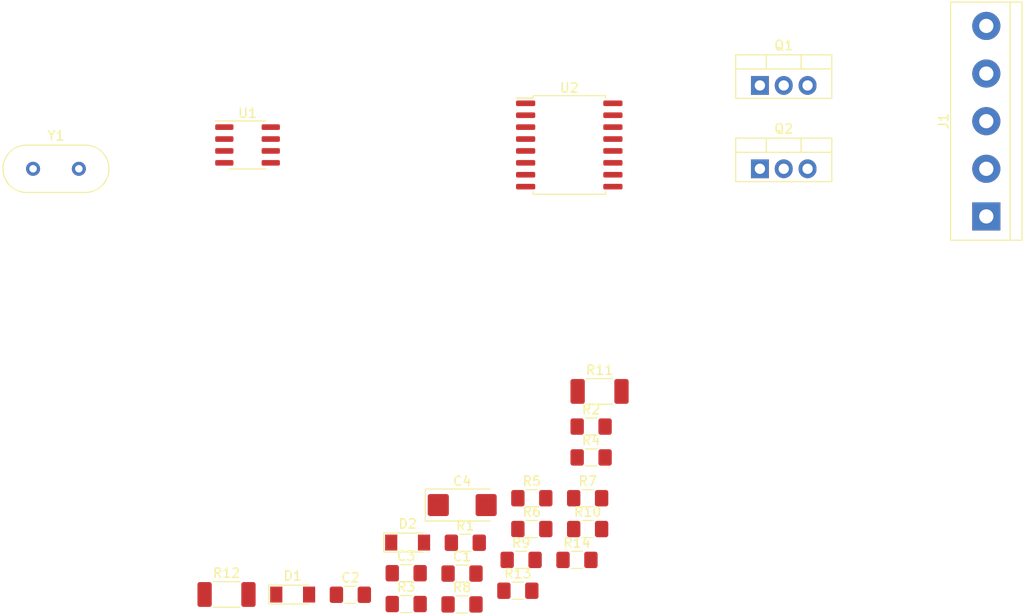
<source format=kicad_pcb>
(kicad_pcb (version 20171130) (host pcbnew 5.1.5-52549c5~84~ubuntu18.04.1)

  (general
    (thickness 1.6)
    (drawings 0)
    (tracks 0)
    (zones 0)
    (modules 26)
    (nets 22)
  )

  (page A4)
  (layers
    (0 F.Cu signal)
    (31 B.Cu signal)
    (32 B.Adhes user)
    (33 F.Adhes user)
    (34 B.Paste user)
    (35 F.Paste user)
    (36 B.SilkS user)
    (37 F.SilkS user)
    (38 B.Mask user)
    (39 F.Mask user)
    (40 Dwgs.User user)
    (41 Cmts.User user)
    (42 Eco1.User user)
    (43 Eco2.User user)
    (44 Edge.Cuts user)
    (45 Margin user)
    (46 B.CrtYd user)
    (47 F.CrtYd user)
    (48 B.Fab user hide)
    (49 F.Fab user hide)
  )

  (setup
    (last_trace_width 0.25)
    (trace_clearance 0.2)
    (zone_clearance 0.508)
    (zone_45_only no)
    (trace_min 0.2)
    (via_size 0.8)
    (via_drill 0.4)
    (via_min_size 0.4)
    (via_min_drill 0.3)
    (uvia_size 0.3)
    (uvia_drill 0.1)
    (uvias_allowed no)
    (uvia_min_size 0.2)
    (uvia_min_drill 0.1)
    (edge_width 0.05)
    (segment_width 0.2)
    (pcb_text_width 0.3)
    (pcb_text_size 1.5 1.5)
    (mod_edge_width 0.12)
    (mod_text_size 1 1)
    (mod_text_width 0.15)
    (pad_size 1.524 1.524)
    (pad_drill 0.762)
    (pad_to_mask_clearance 0.051)
    (solder_mask_min_width 0.25)
    (aux_axis_origin 0 0)
    (visible_elements FFFFFF7F)
    (pcbplotparams
      (layerselection 0x010fc_ffffffff)
      (usegerberextensions false)
      (usegerberattributes false)
      (usegerberadvancedattributes false)
      (creategerberjobfile false)
      (excludeedgelayer true)
      (linewidth 0.100000)
      (plotframeref false)
      (viasonmask false)
      (mode 1)
      (useauxorigin false)
      (hpglpennumber 1)
      (hpglpenspeed 20)
      (hpglpendiameter 15.000000)
      (psnegative false)
      (psa4output false)
      (plotreference true)
      (plotvalue true)
      (plotinvisibletext false)
      (padsonsilk false)
      (subtractmaskfromsilk false)
      (outputformat 1)
      (mirror false)
      (drillshape 1)
      (scaleselection 1)
      (outputdirectory ""))
  )

  (net 0 "")
  (net 1 "Net-(C1-Pad1)")
  (net 2 GND)
  (net 3 +5V)
  (net 4 "Net-(D1-Pad2)")
  (net 5 "Net-(D1-Pad1)")
  (net 6 "Net-(D2-Pad1)")
  (net 7 "Net-(D2-Pad2)")
  (net 8 +12V)
  (net 9 "Net-(J1-Pad3)")
  (net 10 "Net-(J1-Pad4)")
  (net 11 "Net-(R1-Pad1)")
  (net 12 "Net-(R3-Pad2)")
  (net 13 "Net-(R6-Pad1)")
  (net 14 "Net-(R7-Pad2)")
  (net 15 "Net-(R10-Pad2)")
  (net 16 "Net-(R8-Pad1)")
  (net 17 "Net-(U2-Pad4)")
  (net 18 "Net-(U2-Pad5)")
  (net 19 "Net-(U2-Pad9)")
  (net 20 "Net-(U2-Pad10)")
  (net 21 "Net-(U2-Pad16)")

  (net_class Default "This is the default net class."
    (clearance 0.2)
    (trace_width 0.25)
    (via_dia 0.8)
    (via_drill 0.4)
    (uvia_dia 0.3)
    (uvia_drill 0.1)
    (add_net +12V)
    (add_net +5V)
    (add_net GND)
    (add_net "Net-(C1-Pad1)")
    (add_net "Net-(D1-Pad1)")
    (add_net "Net-(D1-Pad2)")
    (add_net "Net-(D2-Pad1)")
    (add_net "Net-(D2-Pad2)")
    (add_net "Net-(J1-Pad3)")
    (add_net "Net-(J1-Pad4)")
    (add_net "Net-(R1-Pad1)")
    (add_net "Net-(R10-Pad2)")
    (add_net "Net-(R3-Pad2)")
    (add_net "Net-(R6-Pad1)")
    (add_net "Net-(R7-Pad2)")
    (add_net "Net-(R8-Pad1)")
    (add_net "Net-(U2-Pad10)")
    (add_net "Net-(U2-Pad16)")
    (add_net "Net-(U2-Pad4)")
    (add_net "Net-(U2-Pad5)")
    (add_net "Net-(U2-Pad9)")
  )

  (module Crystal:Crystal_HC49-U_Vertical (layer F.Cu) (tedit 5A1AD3B8) (tstamp 5E3B6C0E)
    (at 92.71 48.26)
    (descr "Crystal THT HC-49/U http://5hertz.com/pdfs/04404_D.pdf")
    (tags "THT crystalHC-49/U")
    (path /5E52C678)
    (fp_text reference Y1 (at 2.44 -3.525) (layer F.SilkS)
      (effects (font (size 1 1) (thickness 0.15)))
    )
    (fp_text value 85kHz (at 2.44 3.525) (layer F.Fab)
      (effects (font (size 1 1) (thickness 0.15)))
    )
    (fp_arc (start 5.565 0) (end 5.565 -2.525) (angle 180) (layer F.SilkS) (width 0.12))
    (fp_arc (start -0.685 0) (end -0.685 -2.525) (angle -180) (layer F.SilkS) (width 0.12))
    (fp_arc (start 5.44 0) (end 5.44 -2) (angle 180) (layer F.Fab) (width 0.1))
    (fp_arc (start -0.56 0) (end -0.56 -2) (angle -180) (layer F.Fab) (width 0.1))
    (fp_arc (start 5.565 0) (end 5.565 -2.325) (angle 180) (layer F.Fab) (width 0.1))
    (fp_arc (start -0.685 0) (end -0.685 -2.325) (angle -180) (layer F.Fab) (width 0.1))
    (fp_line (start 8.4 -2.8) (end -3.5 -2.8) (layer F.CrtYd) (width 0.05))
    (fp_line (start 8.4 2.8) (end 8.4 -2.8) (layer F.CrtYd) (width 0.05))
    (fp_line (start -3.5 2.8) (end 8.4 2.8) (layer F.CrtYd) (width 0.05))
    (fp_line (start -3.5 -2.8) (end -3.5 2.8) (layer F.CrtYd) (width 0.05))
    (fp_line (start -0.685 2.525) (end 5.565 2.525) (layer F.SilkS) (width 0.12))
    (fp_line (start -0.685 -2.525) (end 5.565 -2.525) (layer F.SilkS) (width 0.12))
    (fp_line (start -0.56 2) (end 5.44 2) (layer F.Fab) (width 0.1))
    (fp_line (start -0.56 -2) (end 5.44 -2) (layer F.Fab) (width 0.1))
    (fp_line (start -0.685 2.325) (end 5.565 2.325) (layer F.Fab) (width 0.1))
    (fp_line (start -0.685 -2.325) (end 5.565 -2.325) (layer F.Fab) (width 0.1))
    (fp_text user %R (at 2.44 0) (layer F.Fab)
      (effects (font (size 1 1) (thickness 0.15)))
    )
    (pad 2 thru_hole circle (at 4.88 0) (size 1.5 1.5) (drill 0.8) (layers *.Cu *.Mask)
      (net 2 GND))
    (pad 1 thru_hole circle (at 0 0) (size 1.5 1.5) (drill 0.8) (layers *.Cu *.Mask)
      (net 1 "Net-(C1-Pad1)"))
    (model ${KISYS3DMOD}/Crystal.3dshapes/Crystal_HC49-U_Vertical.wrl
      (at (xyz 0 0 0))
      (scale (xyz 1 1 1))
      (rotate (xyz 0 0 0))
    )
  )

  (module Package_SO:SOIC-16W_7.5x10.3mm_P1.27mm (layer F.Cu) (tedit 5D9F72B1) (tstamp 5E3B6BF7)
    (at 149.86 45.72)
    (descr "SOIC, 16 Pin (JEDEC MS-013AA, https://www.analog.com/media/en/package-pcb-resources/package/pkg_pdf/soic_wide-rw/rw_16.pdf), generated with kicad-footprint-generator ipc_gullwing_generator.py")
    (tags "SOIC SO")
    (path /5E3B2944)
    (attr smd)
    (fp_text reference U2 (at 0 -6.1) (layer F.SilkS)
      (effects (font (size 1 1) (thickness 0.15)))
    )
    (fp_text value IR2110S (at 0 6.1) (layer F.Fab)
      (effects (font (size 1 1) (thickness 0.15)))
    )
    (fp_text user %R (at 0 0) (layer F.Fab)
      (effects (font (size 1 1) (thickness 0.15)))
    )
    (fp_line (start 5.93 -5.4) (end -5.93 -5.4) (layer F.CrtYd) (width 0.05))
    (fp_line (start 5.93 5.4) (end 5.93 -5.4) (layer F.CrtYd) (width 0.05))
    (fp_line (start -5.93 5.4) (end 5.93 5.4) (layer F.CrtYd) (width 0.05))
    (fp_line (start -5.93 -5.4) (end -5.93 5.4) (layer F.CrtYd) (width 0.05))
    (fp_line (start -3.75 -4.15) (end -2.75 -5.15) (layer F.Fab) (width 0.1))
    (fp_line (start -3.75 5.15) (end -3.75 -4.15) (layer F.Fab) (width 0.1))
    (fp_line (start 3.75 5.15) (end -3.75 5.15) (layer F.Fab) (width 0.1))
    (fp_line (start 3.75 -5.15) (end 3.75 5.15) (layer F.Fab) (width 0.1))
    (fp_line (start -2.75 -5.15) (end 3.75 -5.15) (layer F.Fab) (width 0.1))
    (fp_line (start -3.86 -5.005) (end -5.675 -5.005) (layer F.SilkS) (width 0.12))
    (fp_line (start -3.86 -5.26) (end -3.86 -5.005) (layer F.SilkS) (width 0.12))
    (fp_line (start 0 -5.26) (end -3.86 -5.26) (layer F.SilkS) (width 0.12))
    (fp_line (start 3.86 -5.26) (end 3.86 -5.005) (layer F.SilkS) (width 0.12))
    (fp_line (start 0 -5.26) (end 3.86 -5.26) (layer F.SilkS) (width 0.12))
    (fp_line (start -3.86 5.26) (end -3.86 5.005) (layer F.SilkS) (width 0.12))
    (fp_line (start 0 5.26) (end -3.86 5.26) (layer F.SilkS) (width 0.12))
    (fp_line (start 3.86 5.26) (end 3.86 5.005) (layer F.SilkS) (width 0.12))
    (fp_line (start 0 5.26) (end 3.86 5.26) (layer F.SilkS) (width 0.12))
    (pad 16 smd roundrect (at 4.65 -4.445) (size 2.05 0.6) (layers F.Cu F.Paste F.Mask) (roundrect_rratio 0.25)
      (net 21 "Net-(U2-Pad16)"))
    (pad 15 smd roundrect (at 4.65 -3.175) (size 2.05 0.6) (layers F.Cu F.Paste F.Mask) (roundrect_rratio 0.25)
      (net 2 GND))
    (pad 14 smd roundrect (at 4.65 -1.905) (size 2.05 0.6) (layers F.Cu F.Paste F.Mask) (roundrect_rratio 0.25)
      (net 16 "Net-(R8-Pad1)"))
    (pad 13 smd roundrect (at 4.65 -0.635) (size 2.05 0.6) (layers F.Cu F.Paste F.Mask) (roundrect_rratio 0.25)
      (net 2 GND))
    (pad 12 smd roundrect (at 4.65 0.635) (size 2.05 0.6) (layers F.Cu F.Paste F.Mask) (roundrect_rratio 0.25)
      (net 11 "Net-(R1-Pad1)"))
    (pad 11 smd roundrect (at 4.65 1.905) (size 2.05 0.6) (layers F.Cu F.Paste F.Mask) (roundrect_rratio 0.25)
      (net 3 +5V))
    (pad 10 smd roundrect (at 4.65 3.175) (size 2.05 0.6) (layers F.Cu F.Paste F.Mask) (roundrect_rratio 0.25)
      (net 20 "Net-(U2-Pad10)"))
    (pad 9 smd roundrect (at 4.65 4.445) (size 2.05 0.6) (layers F.Cu F.Paste F.Mask) (roundrect_rratio 0.25)
      (net 19 "Net-(U2-Pad9)"))
    (pad 8 smd roundrect (at -4.65 4.445) (size 2.05 0.6) (layers F.Cu F.Paste F.Mask) (roundrect_rratio 0.25)
      (net 5 "Net-(D1-Pad1)"))
    (pad 7 smd roundrect (at -4.65 3.175) (size 2.05 0.6) (layers F.Cu F.Paste F.Mask) (roundrect_rratio 0.25)
      (net 8 +12V))
    (pad 6 smd roundrect (at -4.65 1.905) (size 2.05 0.6) (layers F.Cu F.Paste F.Mask) (roundrect_rratio 0.25)
      (net 2 GND))
    (pad 5 smd roundrect (at -4.65 0.635) (size 2.05 0.6) (layers F.Cu F.Paste F.Mask) (roundrect_rratio 0.25)
      (net 18 "Net-(U2-Pad5)"))
    (pad 4 smd roundrect (at -4.65 -0.635) (size 2.05 0.6) (layers F.Cu F.Paste F.Mask) (roundrect_rratio 0.25)
      (net 17 "Net-(U2-Pad4)"))
    (pad 3 smd roundrect (at -4.65 -1.905) (size 2.05 0.6) (layers F.Cu F.Paste F.Mask) (roundrect_rratio 0.25)
      (net 8 +12V))
    (pad 2 smd roundrect (at -4.65 -3.175) (size 2.05 0.6) (layers F.Cu F.Paste F.Mask) (roundrect_rratio 0.25)
      (net 2 GND))
    (pad 1 smd roundrect (at -4.65 -4.445) (size 2.05 0.6) (layers F.Cu F.Paste F.Mask) (roundrect_rratio 0.25)
      (net 6 "Net-(D2-Pad1)"))
    (model ${KISYS3DMOD}/Package_SO.3dshapes/SOIC-16W_7.5x10.3mm_P1.27mm.wrl
      (at (xyz 0 0 0))
      (scale (xyz 1 1 1))
      (rotate (xyz 0 0 0))
    )
  )

  (module Package_SO:SOIC-8_3.9x4.9mm_P1.27mm (layer F.Cu) (tedit 5D9F72B1) (tstamp 5E3B70FA)
    (at 115.57 45.72)
    (descr "SOIC, 8 Pin (JEDEC MS-012AA, https://www.analog.com/media/en/package-pcb-resources/package/pkg_pdf/soic_narrow-r/r_8.pdf), generated with kicad-footprint-generator ipc_gullwing_generator.py")
    (tags "SOIC SO")
    (path /5E41FEF9)
    (attr smd)
    (fp_text reference U1 (at 0 -3.4) (layer F.SilkS)
      (effects (font (size 1 1) (thickness 0.15)))
    )
    (fp_text value AD8542ARZ (at 0 3.4) (layer F.Fab)
      (effects (font (size 1 1) (thickness 0.15)))
    )
    (fp_text user %R (at 0 0) (layer F.Fab)
      (effects (font (size 0.98 0.98) (thickness 0.15)))
    )
    (fp_line (start 3.7 -2.7) (end -3.7 -2.7) (layer F.CrtYd) (width 0.05))
    (fp_line (start 3.7 2.7) (end 3.7 -2.7) (layer F.CrtYd) (width 0.05))
    (fp_line (start -3.7 2.7) (end 3.7 2.7) (layer F.CrtYd) (width 0.05))
    (fp_line (start -3.7 -2.7) (end -3.7 2.7) (layer F.CrtYd) (width 0.05))
    (fp_line (start -1.95 -1.475) (end -0.975 -2.45) (layer F.Fab) (width 0.1))
    (fp_line (start -1.95 2.45) (end -1.95 -1.475) (layer F.Fab) (width 0.1))
    (fp_line (start 1.95 2.45) (end -1.95 2.45) (layer F.Fab) (width 0.1))
    (fp_line (start 1.95 -2.45) (end 1.95 2.45) (layer F.Fab) (width 0.1))
    (fp_line (start -0.975 -2.45) (end 1.95 -2.45) (layer F.Fab) (width 0.1))
    (fp_line (start 0 -2.56) (end -3.45 -2.56) (layer F.SilkS) (width 0.12))
    (fp_line (start 0 -2.56) (end 1.95 -2.56) (layer F.SilkS) (width 0.12))
    (fp_line (start 0 2.56) (end -1.95 2.56) (layer F.SilkS) (width 0.12))
    (fp_line (start 0 2.56) (end 1.95 2.56) (layer F.SilkS) (width 0.12))
    (pad 8 smd roundrect (at 2.475 -1.905) (size 1.95 0.6) (layers F.Cu F.Paste F.Mask) (roundrect_rratio 0.25)
      (net 3 +5V))
    (pad 7 smd roundrect (at 2.475 -0.635) (size 1.95 0.6) (layers F.Cu F.Paste F.Mask) (roundrect_rratio 0.25)
      (net 16 "Net-(R8-Pad1)"))
    (pad 6 smd roundrect (at 2.475 0.635) (size 1.95 0.6) (layers F.Cu F.Paste F.Mask) (roundrect_rratio 0.25)
      (net 14 "Net-(R7-Pad2)"))
    (pad 5 smd roundrect (at 2.475 1.905) (size 1.95 0.6) (layers F.Cu F.Paste F.Mask) (roundrect_rratio 0.25)
      (net 13 "Net-(R6-Pad1)"))
    (pad 4 smd roundrect (at -2.475 1.905) (size 1.95 0.6) (layers F.Cu F.Paste F.Mask) (roundrect_rratio 0.25)
      (net 2 GND))
    (pad 3 smd roundrect (at -2.475 0.635) (size 1.95 0.6) (layers F.Cu F.Paste F.Mask) (roundrect_rratio 0.25)
      (net 1 "Net-(C1-Pad1)"))
    (pad 2 smd roundrect (at -2.475 -0.635) (size 1.95 0.6) (layers F.Cu F.Paste F.Mask) (roundrect_rratio 0.25)
      (net 12 "Net-(R3-Pad2)"))
    (pad 1 smd roundrect (at -2.475 -1.905) (size 1.95 0.6) (layers F.Cu F.Paste F.Mask) (roundrect_rratio 0.25)
      (net 11 "Net-(R1-Pad1)"))
    (model ${KISYS3DMOD}/Package_SO.3dshapes/SOIC-8_3.9x4.9mm_P1.27mm.wrl
      (at (xyz 0 0 0))
      (scale (xyz 1 1 1))
      (rotate (xyz 0 0 0))
    )
  )

  (module Resistor_SMD:R_1206_3216Metric_Pad1.42x1.75mm_HandSolder (layer F.Cu) (tedit 5B301BBD) (tstamp 5E3B6BB6)
    (at 150.68 89.98)
    (descr "Resistor SMD 1206 (3216 Metric), square (rectangular) end terminal, IPC_7351 nominal with elongated pad for handsoldering. (Body size source: http://www.tortai-tech.com/upload/download/2011102023233369053.pdf), generated with kicad-footprint-generator")
    (tags "resistor handsolder")
    (path /5E3E34D2)
    (attr smd)
    (fp_text reference R14 (at 0 -1.82) (layer F.SilkS)
      (effects (font (size 1 1) (thickness 0.15)))
    )
    (fp_text value 1k (at 0 1.82) (layer F.Fab)
      (effects (font (size 1 1) (thickness 0.15)))
    )
    (fp_text user %R (at 0 0) (layer F.Fab)
      (effects (font (size 0.8 0.8) (thickness 0.12)))
    )
    (fp_line (start 2.45 1.12) (end -2.45 1.12) (layer F.CrtYd) (width 0.05))
    (fp_line (start 2.45 -1.12) (end 2.45 1.12) (layer F.CrtYd) (width 0.05))
    (fp_line (start -2.45 -1.12) (end 2.45 -1.12) (layer F.CrtYd) (width 0.05))
    (fp_line (start -2.45 1.12) (end -2.45 -1.12) (layer F.CrtYd) (width 0.05))
    (fp_line (start -0.602064 0.91) (end 0.602064 0.91) (layer F.SilkS) (width 0.12))
    (fp_line (start -0.602064 -0.91) (end 0.602064 -0.91) (layer F.SilkS) (width 0.12))
    (fp_line (start 1.6 0.8) (end -1.6 0.8) (layer F.Fab) (width 0.1))
    (fp_line (start 1.6 -0.8) (end 1.6 0.8) (layer F.Fab) (width 0.1))
    (fp_line (start -1.6 -0.8) (end 1.6 -0.8) (layer F.Fab) (width 0.1))
    (fp_line (start -1.6 0.8) (end -1.6 -0.8) (layer F.Fab) (width 0.1))
    (pad 2 smd roundrect (at 1.4875 0) (size 1.425 1.75) (layers F.Cu F.Paste F.Mask) (roundrect_rratio 0.175439)
      (net 2 GND))
    (pad 1 smd roundrect (at -1.4875 0) (size 1.425 1.75) (layers F.Cu F.Paste F.Mask) (roundrect_rratio 0.175439)
      (net 7 "Net-(D2-Pad2)"))
    (model ${KISYS3DMOD}/Resistor_SMD.3dshapes/R_1206_3216Metric.wrl
      (at (xyz 0 0 0))
      (scale (xyz 1 1 1))
      (rotate (xyz 0 0 0))
    )
  )

  (module Resistor_SMD:R_1206_3216Metric_Pad1.42x1.75mm_HandSolder (layer F.Cu) (tedit 5B301BBD) (tstamp 5E3B6BA5)
    (at 144.38 93.27)
    (descr "Resistor SMD 1206 (3216 Metric), square (rectangular) end terminal, IPC_7351 nominal with elongated pad for handsoldering. (Body size source: http://www.tortai-tech.com/upload/download/2011102023233369053.pdf), generated with kicad-footprint-generator")
    (tags "resistor handsolder")
    (path /5E3C4363)
    (attr smd)
    (fp_text reference R13 (at 0 -1.82) (layer F.SilkS)
      (effects (font (size 1 1) (thickness 0.15)))
    )
    (fp_text value 1k (at 0 1.82) (layer F.Fab)
      (effects (font (size 1 1) (thickness 0.15)))
    )
    (fp_text user %R (at 0 0) (layer F.Fab)
      (effects (font (size 0.8 0.8) (thickness 0.12)))
    )
    (fp_line (start 2.45 1.12) (end -2.45 1.12) (layer F.CrtYd) (width 0.05))
    (fp_line (start 2.45 -1.12) (end 2.45 1.12) (layer F.CrtYd) (width 0.05))
    (fp_line (start -2.45 -1.12) (end 2.45 -1.12) (layer F.CrtYd) (width 0.05))
    (fp_line (start -2.45 1.12) (end -2.45 -1.12) (layer F.CrtYd) (width 0.05))
    (fp_line (start -0.602064 0.91) (end 0.602064 0.91) (layer F.SilkS) (width 0.12))
    (fp_line (start -0.602064 -0.91) (end 0.602064 -0.91) (layer F.SilkS) (width 0.12))
    (fp_line (start 1.6 0.8) (end -1.6 0.8) (layer F.Fab) (width 0.1))
    (fp_line (start 1.6 -0.8) (end 1.6 0.8) (layer F.Fab) (width 0.1))
    (fp_line (start -1.6 -0.8) (end 1.6 -0.8) (layer F.Fab) (width 0.1))
    (fp_line (start -1.6 0.8) (end -1.6 -0.8) (layer F.Fab) (width 0.1))
    (pad 2 smd roundrect (at 1.4875 0) (size 1.425 1.75) (layers F.Cu F.Paste F.Mask) (roundrect_rratio 0.175439)
      (net 2 GND))
    (pad 1 smd roundrect (at -1.4875 0) (size 1.425 1.75) (layers F.Cu F.Paste F.Mask) (roundrect_rratio 0.175439)
      (net 4 "Net-(D1-Pad2)"))
    (model ${KISYS3DMOD}/Resistor_SMD.3dshapes/R_1206_3216Metric.wrl
      (at (xyz 0 0 0))
      (scale (xyz 1 1 1))
      (rotate (xyz 0 0 0))
    )
  )

  (module Resistor_SMD:R_2010_5025Metric_Pad1.52x2.65mm_HandSolder (layer F.Cu) (tedit 5B301BBD) (tstamp 5E3B6B94)
    (at 113.33 93.67)
    (descr "Resistor SMD 2010 (5025 Metric), square (rectangular) end terminal, IPC_7351 nominal with elongated pad for handsoldering. (Body size source: http://www.tortai-tech.com/upload/download/2011102023233369053.pdf), generated with kicad-footprint-generator")
    (tags "resistor handsolder")
    (path /5E3F5E2E)
    (attr smd)
    (fp_text reference R12 (at 0 -2.28) (layer F.SilkS)
      (effects (font (size 1 1) (thickness 0.15)))
    )
    (fp_text value 10 (at 0 2.28) (layer F.Fab)
      (effects (font (size 1 1) (thickness 0.15)))
    )
    (fp_text user %R (at 0 0) (layer F.Fab)
      (effects (font (size 1 1) (thickness 0.15)))
    )
    (fp_line (start 3.35 1.58) (end -3.35 1.58) (layer F.CrtYd) (width 0.05))
    (fp_line (start 3.35 -1.58) (end 3.35 1.58) (layer F.CrtYd) (width 0.05))
    (fp_line (start -3.35 -1.58) (end 3.35 -1.58) (layer F.CrtYd) (width 0.05))
    (fp_line (start -3.35 1.58) (end -3.35 -1.58) (layer F.CrtYd) (width 0.05))
    (fp_line (start -1.402064 1.36) (end 1.402064 1.36) (layer F.SilkS) (width 0.12))
    (fp_line (start -1.402064 -1.36) (end 1.402064 -1.36) (layer F.SilkS) (width 0.12))
    (fp_line (start 2.5 1.25) (end -2.5 1.25) (layer F.Fab) (width 0.1))
    (fp_line (start 2.5 -1.25) (end 2.5 1.25) (layer F.Fab) (width 0.1))
    (fp_line (start -2.5 -1.25) (end 2.5 -1.25) (layer F.Fab) (width 0.1))
    (fp_line (start -2.5 1.25) (end -2.5 -1.25) (layer F.Fab) (width 0.1))
    (pad 2 smd roundrect (at 2.3375 0) (size 1.525 2.65) (layers F.Cu F.Paste F.Mask) (roundrect_rratio 0.163934)
      (net 6 "Net-(D2-Pad1)"))
    (pad 1 smd roundrect (at -2.3375 0) (size 1.525 2.65) (layers F.Cu F.Paste F.Mask) (roundrect_rratio 0.163934)
      (net 7 "Net-(D2-Pad2)"))
    (model ${KISYS3DMOD}/Resistor_SMD.3dshapes/R_2010_5025Metric.wrl
      (at (xyz 0 0 0))
      (scale (xyz 1 1 1))
      (rotate (xyz 0 0 0))
    )
  )

  (module Resistor_SMD:R_2010_5025Metric_Pad1.52x2.65mm_HandSolder (layer F.Cu) (tedit 5B301BBD) (tstamp 5E3B6B83)
    (at 153.09 72.01)
    (descr "Resistor SMD 2010 (5025 Metric), square (rectangular) end terminal, IPC_7351 nominal with elongated pad for handsoldering. (Body size source: http://www.tortai-tech.com/upload/download/2011102023233369053.pdf), generated with kicad-footprint-generator")
    (tags "resistor handsolder")
    (path /5E3C73DC)
    (attr smd)
    (fp_text reference R11 (at 0 -2.28) (layer F.SilkS)
      (effects (font (size 1 1) (thickness 0.15)))
    )
    (fp_text value 10 (at 0 2.28) (layer F.Fab)
      (effects (font (size 1 1) (thickness 0.15)))
    )
    (fp_text user %R (at 0 0) (layer F.Fab)
      (effects (font (size 1 1) (thickness 0.15)))
    )
    (fp_line (start 3.35 1.58) (end -3.35 1.58) (layer F.CrtYd) (width 0.05))
    (fp_line (start 3.35 -1.58) (end 3.35 1.58) (layer F.CrtYd) (width 0.05))
    (fp_line (start -3.35 -1.58) (end 3.35 -1.58) (layer F.CrtYd) (width 0.05))
    (fp_line (start -3.35 1.58) (end -3.35 -1.58) (layer F.CrtYd) (width 0.05))
    (fp_line (start -1.402064 1.36) (end 1.402064 1.36) (layer F.SilkS) (width 0.12))
    (fp_line (start -1.402064 -1.36) (end 1.402064 -1.36) (layer F.SilkS) (width 0.12))
    (fp_line (start 2.5 1.25) (end -2.5 1.25) (layer F.Fab) (width 0.1))
    (fp_line (start 2.5 -1.25) (end 2.5 1.25) (layer F.Fab) (width 0.1))
    (fp_line (start -2.5 -1.25) (end 2.5 -1.25) (layer F.Fab) (width 0.1))
    (fp_line (start -2.5 1.25) (end -2.5 -1.25) (layer F.Fab) (width 0.1))
    (pad 2 smd roundrect (at 2.3375 0) (size 1.525 2.65) (layers F.Cu F.Paste F.Mask) (roundrect_rratio 0.163934)
      (net 5 "Net-(D1-Pad1)"))
    (pad 1 smd roundrect (at -2.3375 0) (size 1.525 2.65) (layers F.Cu F.Paste F.Mask) (roundrect_rratio 0.163934)
      (net 4 "Net-(D1-Pad2)"))
    (model ${KISYS3DMOD}/Resistor_SMD.3dshapes/R_2010_5025Metric.wrl
      (at (xyz 0 0 0))
      (scale (xyz 1 1 1))
      (rotate (xyz 0 0 0))
    )
  )

  (module Resistor_SMD:R_1206_3216Metric_Pad1.42x1.75mm_HandSolder (layer F.Cu) (tedit 5B301BBD) (tstamp 5E3B6B72)
    (at 151.82 86.69)
    (descr "Resistor SMD 1206 (3216 Metric), square (rectangular) end terminal, IPC_7351 nominal with elongated pad for handsoldering. (Body size source: http://www.tortai-tech.com/upload/download/2011102023233369053.pdf), generated with kicad-footprint-generator")
    (tags "resistor handsolder")
    (path /5E49BEC1)
    (attr smd)
    (fp_text reference R10 (at 0 -1.82) (layer F.SilkS)
      (effects (font (size 1 1) (thickness 0.15)))
    )
    (fp_text value 10k (at 0 1.82) (layer F.Fab)
      (effects (font (size 1 1) (thickness 0.15)))
    )
    (fp_text user %R (at 0 0) (layer F.Fab)
      (effects (font (size 0.8 0.8) (thickness 0.12)))
    )
    (fp_line (start 2.45 1.12) (end -2.45 1.12) (layer F.CrtYd) (width 0.05))
    (fp_line (start 2.45 -1.12) (end 2.45 1.12) (layer F.CrtYd) (width 0.05))
    (fp_line (start -2.45 -1.12) (end 2.45 -1.12) (layer F.CrtYd) (width 0.05))
    (fp_line (start -2.45 1.12) (end -2.45 -1.12) (layer F.CrtYd) (width 0.05))
    (fp_line (start -0.602064 0.91) (end 0.602064 0.91) (layer F.SilkS) (width 0.12))
    (fp_line (start -0.602064 -0.91) (end 0.602064 -0.91) (layer F.SilkS) (width 0.12))
    (fp_line (start 1.6 0.8) (end -1.6 0.8) (layer F.Fab) (width 0.1))
    (fp_line (start 1.6 -0.8) (end 1.6 0.8) (layer F.Fab) (width 0.1))
    (fp_line (start -1.6 -0.8) (end 1.6 -0.8) (layer F.Fab) (width 0.1))
    (fp_line (start -1.6 0.8) (end -1.6 -0.8) (layer F.Fab) (width 0.1))
    (pad 2 smd roundrect (at 1.4875 0) (size 1.425 1.75) (layers F.Cu F.Paste F.Mask) (roundrect_rratio 0.175439)
      (net 15 "Net-(R10-Pad2)"))
    (pad 1 smd roundrect (at -1.4875 0) (size 1.425 1.75) (layers F.Cu F.Paste F.Mask) (roundrect_rratio 0.175439)
      (net 3 +5V))
    (model ${KISYS3DMOD}/Resistor_SMD.3dshapes/R_1206_3216Metric.wrl
      (at (xyz 0 0 0))
      (scale (xyz 1 1 1))
      (rotate (xyz 0 0 0))
    )
  )

  (module Resistor_SMD:R_1206_3216Metric_Pad1.42x1.75mm_HandSolder (layer F.Cu) (tedit 5B301BBD) (tstamp 5E3B6B61)
    (at 144.73 89.98)
    (descr "Resistor SMD 1206 (3216 Metric), square (rectangular) end terminal, IPC_7351 nominal with elongated pad for handsoldering. (Body size source: http://www.tortai-tech.com/upload/download/2011102023233369053.pdf), generated with kicad-footprint-generator")
    (tags "resistor handsolder")
    (path /5E49B8DB)
    (attr smd)
    (fp_text reference R9 (at 0 -1.82) (layer F.SilkS)
      (effects (font (size 1 1) (thickness 0.15)))
    )
    (fp_text value 10k (at 0 1.82) (layer F.Fab)
      (effects (font (size 1 1) (thickness 0.15)))
    )
    (fp_text user %R (at 0 0) (layer F.Fab)
      (effects (font (size 0.8 0.8) (thickness 0.12)))
    )
    (fp_line (start 2.45 1.12) (end -2.45 1.12) (layer F.CrtYd) (width 0.05))
    (fp_line (start 2.45 -1.12) (end 2.45 1.12) (layer F.CrtYd) (width 0.05))
    (fp_line (start -2.45 -1.12) (end 2.45 -1.12) (layer F.CrtYd) (width 0.05))
    (fp_line (start -2.45 1.12) (end -2.45 -1.12) (layer F.CrtYd) (width 0.05))
    (fp_line (start -0.602064 0.91) (end 0.602064 0.91) (layer F.SilkS) (width 0.12))
    (fp_line (start -0.602064 -0.91) (end 0.602064 -0.91) (layer F.SilkS) (width 0.12))
    (fp_line (start 1.6 0.8) (end -1.6 0.8) (layer F.Fab) (width 0.1))
    (fp_line (start 1.6 -0.8) (end 1.6 0.8) (layer F.Fab) (width 0.1))
    (fp_line (start -1.6 -0.8) (end 1.6 -0.8) (layer F.Fab) (width 0.1))
    (fp_line (start -1.6 0.8) (end -1.6 -0.8) (layer F.Fab) (width 0.1))
    (pad 2 smd roundrect (at 1.4875 0) (size 1.425 1.75) (layers F.Cu F.Paste F.Mask) (roundrect_rratio 0.175439)
      (net 2 GND))
    (pad 1 smd roundrect (at -1.4875 0) (size 1.425 1.75) (layers F.Cu F.Paste F.Mask) (roundrect_rratio 0.175439)
      (net 15 "Net-(R10-Pad2)"))
    (model ${KISYS3DMOD}/Resistor_SMD.3dshapes/R_1206_3216Metric.wrl
      (at (xyz 0 0 0))
      (scale (xyz 1 1 1))
      (rotate (xyz 0 0 0))
    )
  )

  (module Resistor_SMD:R_1206_3216Metric_Pad1.42x1.75mm_HandSolder (layer F.Cu) (tedit 5B301BBD) (tstamp 5E3B6B50)
    (at 138.43 94.73)
    (descr "Resistor SMD 1206 (3216 Metric), square (rectangular) end terminal, IPC_7351 nominal with elongated pad for handsoldering. (Body size source: http://www.tortai-tech.com/upload/download/2011102023233369053.pdf), generated with kicad-footprint-generator")
    (tags "resistor handsolder")
    (path /5E49AFA3)
    (attr smd)
    (fp_text reference R8 (at 0 -1.82) (layer F.SilkS)
      (effects (font (size 1 1) (thickness 0.15)))
    )
    (fp_text value 10k (at 0 1.82) (layer F.Fab)
      (effects (font (size 1 1) (thickness 0.15)))
    )
    (fp_text user %R (at 0 0) (layer F.Fab)
      (effects (font (size 0.8 0.8) (thickness 0.12)))
    )
    (fp_line (start 2.45 1.12) (end -2.45 1.12) (layer F.CrtYd) (width 0.05))
    (fp_line (start 2.45 -1.12) (end 2.45 1.12) (layer F.CrtYd) (width 0.05))
    (fp_line (start -2.45 -1.12) (end 2.45 -1.12) (layer F.CrtYd) (width 0.05))
    (fp_line (start -2.45 1.12) (end -2.45 -1.12) (layer F.CrtYd) (width 0.05))
    (fp_line (start -0.602064 0.91) (end 0.602064 0.91) (layer F.SilkS) (width 0.12))
    (fp_line (start -0.602064 -0.91) (end 0.602064 -0.91) (layer F.SilkS) (width 0.12))
    (fp_line (start 1.6 0.8) (end -1.6 0.8) (layer F.Fab) (width 0.1))
    (fp_line (start 1.6 -0.8) (end 1.6 0.8) (layer F.Fab) (width 0.1))
    (fp_line (start -1.6 -0.8) (end 1.6 -0.8) (layer F.Fab) (width 0.1))
    (fp_line (start -1.6 0.8) (end -1.6 -0.8) (layer F.Fab) (width 0.1))
    (pad 2 smd roundrect (at 1.4875 0) (size 1.425 1.75) (layers F.Cu F.Paste F.Mask) (roundrect_rratio 0.175439)
      (net 15 "Net-(R10-Pad2)"))
    (pad 1 smd roundrect (at -1.4875 0) (size 1.425 1.75) (layers F.Cu F.Paste F.Mask) (roundrect_rratio 0.175439)
      (net 16 "Net-(R8-Pad1)"))
    (model ${KISYS3DMOD}/Resistor_SMD.3dshapes/R_1206_3216Metric.wrl
      (at (xyz 0 0 0))
      (scale (xyz 1 1 1))
      (rotate (xyz 0 0 0))
    )
  )

  (module Resistor_SMD:R_1206_3216Metric_Pad1.42x1.75mm_HandSolder (layer F.Cu) (tedit 5B301BBD) (tstamp 5E3B6B3F)
    (at 151.82 83.4)
    (descr "Resistor SMD 1206 (3216 Metric), square (rectangular) end terminal, IPC_7351 nominal with elongated pad for handsoldering. (Body size source: http://www.tortai-tech.com/upload/download/2011102023233369053.pdf), generated with kicad-footprint-generator")
    (tags "resistor handsolder")
    (path /5E49C710)
    (attr smd)
    (fp_text reference R7 (at 0 -1.82) (layer F.SilkS)
      (effects (font (size 1 1) (thickness 0.15)))
    )
    (fp_text value 10k (at 0 1.82) (layer F.Fab)
      (effects (font (size 1 1) (thickness 0.15)))
    )
    (fp_text user %R (at 0 0) (layer F.Fab)
      (effects (font (size 0.8 0.8) (thickness 0.12)))
    )
    (fp_line (start 2.45 1.12) (end -2.45 1.12) (layer F.CrtYd) (width 0.05))
    (fp_line (start 2.45 -1.12) (end 2.45 1.12) (layer F.CrtYd) (width 0.05))
    (fp_line (start -2.45 -1.12) (end 2.45 -1.12) (layer F.CrtYd) (width 0.05))
    (fp_line (start -2.45 1.12) (end -2.45 -1.12) (layer F.CrtYd) (width 0.05))
    (fp_line (start -0.602064 0.91) (end 0.602064 0.91) (layer F.SilkS) (width 0.12))
    (fp_line (start -0.602064 -0.91) (end 0.602064 -0.91) (layer F.SilkS) (width 0.12))
    (fp_line (start 1.6 0.8) (end -1.6 0.8) (layer F.Fab) (width 0.1))
    (fp_line (start 1.6 -0.8) (end 1.6 0.8) (layer F.Fab) (width 0.1))
    (fp_line (start -1.6 -0.8) (end 1.6 -0.8) (layer F.Fab) (width 0.1))
    (fp_line (start -1.6 0.8) (end -1.6 -0.8) (layer F.Fab) (width 0.1))
    (pad 2 smd roundrect (at 1.4875 0) (size 1.425 1.75) (layers F.Cu F.Paste F.Mask) (roundrect_rratio 0.175439)
      (net 14 "Net-(R7-Pad2)"))
    (pad 1 smd roundrect (at -1.4875 0) (size 1.425 1.75) (layers F.Cu F.Paste F.Mask) (roundrect_rratio 0.175439)
      (net 15 "Net-(R10-Pad2)"))
    (model ${KISYS3DMOD}/Resistor_SMD.3dshapes/R_1206_3216Metric.wrl
      (at (xyz 0 0 0))
      (scale (xyz 1 1 1))
      (rotate (xyz 0 0 0))
    )
  )

  (module Resistor_SMD:R_1206_3216Metric_Pad1.42x1.75mm_HandSolder (layer F.Cu) (tedit 5B301BBD) (tstamp 5E3B6B2E)
    (at 145.87 86.69)
    (descr "Resistor SMD 1206 (3216 Metric), square (rectangular) end terminal, IPC_7351 nominal with elongated pad for handsoldering. (Body size source: http://www.tortai-tech.com/upload/download/2011102023233369053.pdf), generated with kicad-footprint-generator")
    (tags "resistor handsolder")
    (path /5E484E62)
    (attr smd)
    (fp_text reference R6 (at 0 -1.82) (layer F.SilkS)
      (effects (font (size 1 1) (thickness 0.15)))
    )
    (fp_text value 1k (at 0 1.82) (layer F.Fab)
      (effects (font (size 1 1) (thickness 0.15)))
    )
    (fp_text user %R (at 0 0) (layer F.Fab)
      (effects (font (size 0.8 0.8) (thickness 0.12)))
    )
    (fp_line (start 2.45 1.12) (end -2.45 1.12) (layer F.CrtYd) (width 0.05))
    (fp_line (start 2.45 -1.12) (end 2.45 1.12) (layer F.CrtYd) (width 0.05))
    (fp_line (start -2.45 -1.12) (end 2.45 -1.12) (layer F.CrtYd) (width 0.05))
    (fp_line (start -2.45 1.12) (end -2.45 -1.12) (layer F.CrtYd) (width 0.05))
    (fp_line (start -0.602064 0.91) (end 0.602064 0.91) (layer F.SilkS) (width 0.12))
    (fp_line (start -0.602064 -0.91) (end 0.602064 -0.91) (layer F.SilkS) (width 0.12))
    (fp_line (start 1.6 0.8) (end -1.6 0.8) (layer F.Fab) (width 0.1))
    (fp_line (start 1.6 -0.8) (end 1.6 0.8) (layer F.Fab) (width 0.1))
    (fp_line (start -1.6 -0.8) (end 1.6 -0.8) (layer F.Fab) (width 0.1))
    (fp_line (start -1.6 0.8) (end -1.6 -0.8) (layer F.Fab) (width 0.1))
    (pad 2 smd roundrect (at 1.4875 0) (size 1.425 1.75) (layers F.Cu F.Paste F.Mask) (roundrect_rratio 0.175439)
      (net 11 "Net-(R1-Pad1)"))
    (pad 1 smd roundrect (at -1.4875 0) (size 1.425 1.75) (layers F.Cu F.Paste F.Mask) (roundrect_rratio 0.175439)
      (net 13 "Net-(R6-Pad1)"))
    (model ${KISYS3DMOD}/Resistor_SMD.3dshapes/R_1206_3216Metric.wrl
      (at (xyz 0 0 0))
      (scale (xyz 1 1 1))
      (rotate (xyz 0 0 0))
    )
  )

  (module Resistor_SMD:R_1206_3216Metric_Pad1.42x1.75mm_HandSolder (layer F.Cu) (tedit 5B301BBD) (tstamp 5E3B6B1D)
    (at 145.87 83.4)
    (descr "Resistor SMD 1206 (3216 Metric), square (rectangular) end terminal, IPC_7351 nominal with elongated pad for handsoldering. (Body size source: http://www.tortai-tech.com/upload/download/2011102023233369053.pdf), generated with kicad-footprint-generator")
    (tags "resistor handsolder")
    (path /5E4EB1AF)
    (attr smd)
    (fp_text reference R5 (at 0 -1.82) (layer F.SilkS)
      (effects (font (size 1 1) (thickness 0.15)))
    )
    (fp_text value 10k (at 0 1.82) (layer F.Fab)
      (effects (font (size 1 1) (thickness 0.15)))
    )
    (fp_text user %R (at 0 0) (layer F.Fab)
      (effects (font (size 0.8 0.8) (thickness 0.12)))
    )
    (fp_line (start 2.45 1.12) (end -2.45 1.12) (layer F.CrtYd) (width 0.05))
    (fp_line (start 2.45 -1.12) (end 2.45 1.12) (layer F.CrtYd) (width 0.05))
    (fp_line (start -2.45 -1.12) (end 2.45 -1.12) (layer F.CrtYd) (width 0.05))
    (fp_line (start -2.45 1.12) (end -2.45 -1.12) (layer F.CrtYd) (width 0.05))
    (fp_line (start -0.602064 0.91) (end 0.602064 0.91) (layer F.SilkS) (width 0.12))
    (fp_line (start -0.602064 -0.91) (end 0.602064 -0.91) (layer F.SilkS) (width 0.12))
    (fp_line (start 1.6 0.8) (end -1.6 0.8) (layer F.Fab) (width 0.1))
    (fp_line (start 1.6 -0.8) (end 1.6 0.8) (layer F.Fab) (width 0.1))
    (fp_line (start -1.6 -0.8) (end 1.6 -0.8) (layer F.Fab) (width 0.1))
    (fp_line (start -1.6 0.8) (end -1.6 -0.8) (layer F.Fab) (width 0.1))
    (pad 2 smd roundrect (at 1.4875 0) (size 1.425 1.75) (layers F.Cu F.Paste F.Mask) (roundrect_rratio 0.175439)
      (net 12 "Net-(R3-Pad2)"))
    (pad 1 smd roundrect (at -1.4875 0) (size 1.425 1.75) (layers F.Cu F.Paste F.Mask) (roundrect_rratio 0.175439)
      (net 3 +5V))
    (model ${KISYS3DMOD}/Resistor_SMD.3dshapes/R_1206_3216Metric.wrl
      (at (xyz 0 0 0))
      (scale (xyz 1 1 1))
      (rotate (xyz 0 0 0))
    )
  )

  (module Resistor_SMD:R_1206_3216Metric_Pad1.42x1.75mm_HandSolder (layer F.Cu) (tedit 5B301BBD) (tstamp 5E3B6B0C)
    (at 152.19 79.05)
    (descr "Resistor SMD 1206 (3216 Metric), square (rectangular) end terminal, IPC_7351 nominal with elongated pad for handsoldering. (Body size source: http://www.tortai-tech.com/upload/download/2011102023233369053.pdf), generated with kicad-footprint-generator")
    (tags "resistor handsolder")
    (path /5E4EB18A)
    (attr smd)
    (fp_text reference R4 (at 0 -1.82) (layer F.SilkS)
      (effects (font (size 1 1) (thickness 0.15)))
    )
    (fp_text value 10k (at 0 1.82) (layer F.Fab)
      (effects (font (size 1 1) (thickness 0.15)))
    )
    (fp_text user %R (at 0 0) (layer F.Fab)
      (effects (font (size 0.8 0.8) (thickness 0.12)))
    )
    (fp_line (start 2.45 1.12) (end -2.45 1.12) (layer F.CrtYd) (width 0.05))
    (fp_line (start 2.45 -1.12) (end 2.45 1.12) (layer F.CrtYd) (width 0.05))
    (fp_line (start -2.45 -1.12) (end 2.45 -1.12) (layer F.CrtYd) (width 0.05))
    (fp_line (start -2.45 1.12) (end -2.45 -1.12) (layer F.CrtYd) (width 0.05))
    (fp_line (start -0.602064 0.91) (end 0.602064 0.91) (layer F.SilkS) (width 0.12))
    (fp_line (start -0.602064 -0.91) (end 0.602064 -0.91) (layer F.SilkS) (width 0.12))
    (fp_line (start 1.6 0.8) (end -1.6 0.8) (layer F.Fab) (width 0.1))
    (fp_line (start 1.6 -0.8) (end 1.6 0.8) (layer F.Fab) (width 0.1))
    (fp_line (start -1.6 -0.8) (end 1.6 -0.8) (layer F.Fab) (width 0.1))
    (fp_line (start -1.6 0.8) (end -1.6 -0.8) (layer F.Fab) (width 0.1))
    (pad 2 smd roundrect (at 1.4875 0) (size 1.425 1.75) (layers F.Cu F.Paste F.Mask) (roundrect_rratio 0.175439)
      (net 2 GND))
    (pad 1 smd roundrect (at -1.4875 0) (size 1.425 1.75) (layers F.Cu F.Paste F.Mask) (roundrect_rratio 0.175439)
      (net 12 "Net-(R3-Pad2)"))
    (model ${KISYS3DMOD}/Resistor_SMD.3dshapes/R_1206_3216Metric.wrl
      (at (xyz 0 0 0))
      (scale (xyz 1 1 1))
      (rotate (xyz 0 0 0))
    )
  )

  (module Resistor_SMD:R_1206_3216Metric_Pad1.42x1.75mm_HandSolder (layer F.Cu) (tedit 5B301BBD) (tstamp 5E3B6AFB)
    (at 132.48 94.69)
    (descr "Resistor SMD 1206 (3216 Metric), square (rectangular) end terminal, IPC_7351 nominal with elongated pad for handsoldering. (Body size source: http://www.tortai-tech.com/upload/download/2011102023233369053.pdf), generated with kicad-footprint-generator")
    (tags "resistor handsolder")
    (path /5E4EB180)
    (attr smd)
    (fp_text reference R3 (at 0 -1.82) (layer F.SilkS)
      (effects (font (size 1 1) (thickness 0.15)))
    )
    (fp_text value 10k (at 0 1.82) (layer F.Fab)
      (effects (font (size 1 1) (thickness 0.15)))
    )
    (fp_text user %R (at 0 0) (layer F.Fab)
      (effects (font (size 0.8 0.8) (thickness 0.12)))
    )
    (fp_line (start 2.45 1.12) (end -2.45 1.12) (layer F.CrtYd) (width 0.05))
    (fp_line (start 2.45 -1.12) (end 2.45 1.12) (layer F.CrtYd) (width 0.05))
    (fp_line (start -2.45 -1.12) (end 2.45 -1.12) (layer F.CrtYd) (width 0.05))
    (fp_line (start -2.45 1.12) (end -2.45 -1.12) (layer F.CrtYd) (width 0.05))
    (fp_line (start -0.602064 0.91) (end 0.602064 0.91) (layer F.SilkS) (width 0.12))
    (fp_line (start -0.602064 -0.91) (end 0.602064 -0.91) (layer F.SilkS) (width 0.12))
    (fp_line (start 1.6 0.8) (end -1.6 0.8) (layer F.Fab) (width 0.1))
    (fp_line (start 1.6 -0.8) (end 1.6 0.8) (layer F.Fab) (width 0.1))
    (fp_line (start -1.6 -0.8) (end 1.6 -0.8) (layer F.Fab) (width 0.1))
    (fp_line (start -1.6 0.8) (end -1.6 -0.8) (layer F.Fab) (width 0.1))
    (pad 2 smd roundrect (at 1.4875 0) (size 1.425 1.75) (layers F.Cu F.Paste F.Mask) (roundrect_rratio 0.175439)
      (net 12 "Net-(R3-Pad2)"))
    (pad 1 smd roundrect (at -1.4875 0) (size 1.425 1.75) (layers F.Cu F.Paste F.Mask) (roundrect_rratio 0.175439)
      (net 11 "Net-(R1-Pad1)"))
    (model ${KISYS3DMOD}/Resistor_SMD.3dshapes/R_1206_3216Metric.wrl
      (at (xyz 0 0 0))
      (scale (xyz 1 1 1))
      (rotate (xyz 0 0 0))
    )
  )

  (module Resistor_SMD:R_1206_3216Metric_Pad1.42x1.75mm_HandSolder (layer F.Cu) (tedit 5B301BBD) (tstamp 5E3B6AEA)
    (at 152.19 75.76)
    (descr "Resistor SMD 1206 (3216 Metric), square (rectangular) end terminal, IPC_7351 nominal with elongated pad for handsoldering. (Body size source: http://www.tortai-tech.com/upload/download/2011102023233369053.pdf), generated with kicad-footprint-generator")
    (tags "resistor handsolder")
    (path /5E506CDC)
    (attr smd)
    (fp_text reference R2 (at 0 -1.82) (layer F.SilkS)
      (effects (font (size 1 1) (thickness 0.15)))
    )
    (fp_text value 1k (at 0 1.82) (layer F.Fab)
      (effects (font (size 1 1) (thickness 0.15)))
    )
    (fp_text user %R (at 0 0) (layer F.Fab)
      (effects (font (size 0.8 0.8) (thickness 0.12)))
    )
    (fp_line (start 2.45 1.12) (end -2.45 1.12) (layer F.CrtYd) (width 0.05))
    (fp_line (start 2.45 -1.12) (end 2.45 1.12) (layer F.CrtYd) (width 0.05))
    (fp_line (start -2.45 -1.12) (end 2.45 -1.12) (layer F.CrtYd) (width 0.05))
    (fp_line (start -2.45 1.12) (end -2.45 -1.12) (layer F.CrtYd) (width 0.05))
    (fp_line (start -0.602064 0.91) (end 0.602064 0.91) (layer F.SilkS) (width 0.12))
    (fp_line (start -0.602064 -0.91) (end 0.602064 -0.91) (layer F.SilkS) (width 0.12))
    (fp_line (start 1.6 0.8) (end -1.6 0.8) (layer F.Fab) (width 0.1))
    (fp_line (start 1.6 -0.8) (end 1.6 0.8) (layer F.Fab) (width 0.1))
    (fp_line (start -1.6 -0.8) (end 1.6 -0.8) (layer F.Fab) (width 0.1))
    (fp_line (start -1.6 0.8) (end -1.6 -0.8) (layer F.Fab) (width 0.1))
    (pad 2 smd roundrect (at 1.4875 0) (size 1.425 1.75) (layers F.Cu F.Paste F.Mask) (roundrect_rratio 0.175439)
      (net 11 "Net-(R1-Pad1)"))
    (pad 1 smd roundrect (at -1.4875 0) (size 1.425 1.75) (layers F.Cu F.Paste F.Mask) (roundrect_rratio 0.175439)
      (net 3 +5V))
    (model ${KISYS3DMOD}/Resistor_SMD.3dshapes/R_1206_3216Metric.wrl
      (at (xyz 0 0 0))
      (scale (xyz 1 1 1))
      (rotate (xyz 0 0 0))
    )
  )

  (module Resistor_SMD:R_1206_3216Metric_Pad1.42x1.75mm_HandSolder (layer F.Cu) (tedit 5B301BBD) (tstamp 5E3B6AD9)
    (at 138.78 88.15)
    (descr "Resistor SMD 1206 (3216 Metric), square (rectangular) end terminal, IPC_7351 nominal with elongated pad for handsoldering. (Body size source: http://www.tortai-tech.com/upload/download/2011102023233369053.pdf), generated with kicad-footprint-generator")
    (tags "resistor handsolder")
    (path /5E5076D3)
    (attr smd)
    (fp_text reference R1 (at 0 -1.82) (layer F.SilkS)
      (effects (font (size 1 1) (thickness 0.15)))
    )
    (fp_text value 50k (at 0 1.82) (layer F.Fab)
      (effects (font (size 1 1) (thickness 0.15)))
    )
    (fp_text user %R (at 0 0) (layer F.Fab)
      (effects (font (size 0.8 0.8) (thickness 0.12)))
    )
    (fp_line (start 2.45 1.12) (end -2.45 1.12) (layer F.CrtYd) (width 0.05))
    (fp_line (start 2.45 -1.12) (end 2.45 1.12) (layer F.CrtYd) (width 0.05))
    (fp_line (start -2.45 -1.12) (end 2.45 -1.12) (layer F.CrtYd) (width 0.05))
    (fp_line (start -2.45 1.12) (end -2.45 -1.12) (layer F.CrtYd) (width 0.05))
    (fp_line (start -0.602064 0.91) (end 0.602064 0.91) (layer F.SilkS) (width 0.12))
    (fp_line (start -0.602064 -0.91) (end 0.602064 -0.91) (layer F.SilkS) (width 0.12))
    (fp_line (start 1.6 0.8) (end -1.6 0.8) (layer F.Fab) (width 0.1))
    (fp_line (start 1.6 -0.8) (end 1.6 0.8) (layer F.Fab) (width 0.1))
    (fp_line (start -1.6 -0.8) (end 1.6 -0.8) (layer F.Fab) (width 0.1))
    (fp_line (start -1.6 0.8) (end -1.6 -0.8) (layer F.Fab) (width 0.1))
    (pad 2 smd roundrect (at 1.4875 0) (size 1.425 1.75) (layers F.Cu F.Paste F.Mask) (roundrect_rratio 0.175439)
      (net 1 "Net-(C1-Pad1)"))
    (pad 1 smd roundrect (at -1.4875 0) (size 1.425 1.75) (layers F.Cu F.Paste F.Mask) (roundrect_rratio 0.175439)
      (net 11 "Net-(R1-Pad1)"))
    (model ${KISYS3DMOD}/Resistor_SMD.3dshapes/R_1206_3216Metric.wrl
      (at (xyz 0 0 0))
      (scale (xyz 1 1 1))
      (rotate (xyz 0 0 0))
    )
  )

  (module Package_TO_SOT_THT:TO-220-3_Vertical (layer F.Cu) (tedit 5AC8BA0D) (tstamp 5E3B6AC8)
    (at 170.18 48.26)
    (descr "TO-220-3, Vertical, RM 2.54mm, see https://www.vishay.com/docs/66542/to-220-1.pdf")
    (tags "TO-220-3 Vertical RM 2.54mm")
    (path /5E3E34BE)
    (fp_text reference Q2 (at 2.54 -4.27) (layer F.SilkS)
      (effects (font (size 1 1) (thickness 0.15)))
    )
    (fp_text value IRF640 (at 2.54 2.5) (layer F.Fab)
      (effects (font (size 1 1) (thickness 0.15)))
    )
    (fp_text user %R (at 2.54 -4.27) (layer F.Fab)
      (effects (font (size 1 1) (thickness 0.15)))
    )
    (fp_line (start 7.79 -3.4) (end -2.71 -3.4) (layer F.CrtYd) (width 0.05))
    (fp_line (start 7.79 1.51) (end 7.79 -3.4) (layer F.CrtYd) (width 0.05))
    (fp_line (start -2.71 1.51) (end 7.79 1.51) (layer F.CrtYd) (width 0.05))
    (fp_line (start -2.71 -3.4) (end -2.71 1.51) (layer F.CrtYd) (width 0.05))
    (fp_line (start 4.391 -3.27) (end 4.391 -1.76) (layer F.SilkS) (width 0.12))
    (fp_line (start 0.69 -3.27) (end 0.69 -1.76) (layer F.SilkS) (width 0.12))
    (fp_line (start -2.58 -1.76) (end 7.66 -1.76) (layer F.SilkS) (width 0.12))
    (fp_line (start 7.66 -3.27) (end 7.66 1.371) (layer F.SilkS) (width 0.12))
    (fp_line (start -2.58 -3.27) (end -2.58 1.371) (layer F.SilkS) (width 0.12))
    (fp_line (start -2.58 1.371) (end 7.66 1.371) (layer F.SilkS) (width 0.12))
    (fp_line (start -2.58 -3.27) (end 7.66 -3.27) (layer F.SilkS) (width 0.12))
    (fp_line (start 4.39 -3.15) (end 4.39 -1.88) (layer F.Fab) (width 0.1))
    (fp_line (start 0.69 -3.15) (end 0.69 -1.88) (layer F.Fab) (width 0.1))
    (fp_line (start -2.46 -1.88) (end 7.54 -1.88) (layer F.Fab) (width 0.1))
    (fp_line (start 7.54 -3.15) (end -2.46 -3.15) (layer F.Fab) (width 0.1))
    (fp_line (start 7.54 1.25) (end 7.54 -3.15) (layer F.Fab) (width 0.1))
    (fp_line (start -2.46 1.25) (end 7.54 1.25) (layer F.Fab) (width 0.1))
    (fp_line (start -2.46 -3.15) (end -2.46 1.25) (layer F.Fab) (width 0.1))
    (pad 3 thru_hole oval (at 5.08 0) (size 1.905 2) (drill 1.1) (layers *.Cu *.Mask)
      (net 2 GND))
    (pad 2 thru_hole oval (at 2.54 0) (size 1.905 2) (drill 1.1) (layers *.Cu *.Mask)
      (net 10 "Net-(J1-Pad4)"))
    (pad 1 thru_hole rect (at 0 0) (size 1.905 2) (drill 1.1) (layers *.Cu *.Mask)
      (net 7 "Net-(D2-Pad2)"))
    (model ${KISYS3DMOD}/Package_TO_SOT_THT.3dshapes/TO-220-3_Vertical.wrl
      (at (xyz 0 0 0))
      (scale (xyz 1 1 1))
      (rotate (xyz 0 0 0))
    )
  )

  (module Package_TO_SOT_THT:TO-220-3_Vertical (layer F.Cu) (tedit 5AC8BA0D) (tstamp 5E3B6AAE)
    (at 170.18 39.37)
    (descr "TO-220-3, Vertical, RM 2.54mm, see https://www.vishay.com/docs/66542/to-220-1.pdf")
    (tags "TO-220-3 Vertical RM 2.54mm")
    (path /5E3B0470)
    (fp_text reference Q1 (at 2.54 -4.27) (layer F.SilkS)
      (effects (font (size 1 1) (thickness 0.15)))
    )
    (fp_text value IRF640 (at 2.54 2.5) (layer F.Fab)
      (effects (font (size 1 1) (thickness 0.15)))
    )
    (fp_text user %R (at 2.54 -4.27) (layer F.Fab)
      (effects (font (size 1 1) (thickness 0.15)))
    )
    (fp_line (start 7.79 -3.4) (end -2.71 -3.4) (layer F.CrtYd) (width 0.05))
    (fp_line (start 7.79 1.51) (end 7.79 -3.4) (layer F.CrtYd) (width 0.05))
    (fp_line (start -2.71 1.51) (end 7.79 1.51) (layer F.CrtYd) (width 0.05))
    (fp_line (start -2.71 -3.4) (end -2.71 1.51) (layer F.CrtYd) (width 0.05))
    (fp_line (start 4.391 -3.27) (end 4.391 -1.76) (layer F.SilkS) (width 0.12))
    (fp_line (start 0.69 -3.27) (end 0.69 -1.76) (layer F.SilkS) (width 0.12))
    (fp_line (start -2.58 -1.76) (end 7.66 -1.76) (layer F.SilkS) (width 0.12))
    (fp_line (start 7.66 -3.27) (end 7.66 1.371) (layer F.SilkS) (width 0.12))
    (fp_line (start -2.58 -3.27) (end -2.58 1.371) (layer F.SilkS) (width 0.12))
    (fp_line (start -2.58 1.371) (end 7.66 1.371) (layer F.SilkS) (width 0.12))
    (fp_line (start -2.58 -3.27) (end 7.66 -3.27) (layer F.SilkS) (width 0.12))
    (fp_line (start 4.39 -3.15) (end 4.39 -1.88) (layer F.Fab) (width 0.1))
    (fp_line (start 0.69 -3.15) (end 0.69 -1.88) (layer F.Fab) (width 0.1))
    (fp_line (start -2.46 -1.88) (end 7.54 -1.88) (layer F.Fab) (width 0.1))
    (fp_line (start 7.54 -3.15) (end -2.46 -3.15) (layer F.Fab) (width 0.1))
    (fp_line (start 7.54 1.25) (end 7.54 -3.15) (layer F.Fab) (width 0.1))
    (fp_line (start -2.46 1.25) (end 7.54 1.25) (layer F.Fab) (width 0.1))
    (fp_line (start -2.46 -3.15) (end -2.46 1.25) (layer F.Fab) (width 0.1))
    (pad 3 thru_hole oval (at 5.08 0) (size 1.905 2) (drill 1.1) (layers *.Cu *.Mask)
      (net 2 GND))
    (pad 2 thru_hole oval (at 2.54 0) (size 1.905 2) (drill 1.1) (layers *.Cu *.Mask)
      (net 9 "Net-(J1-Pad3)"))
    (pad 1 thru_hole rect (at 0 0) (size 1.905 2) (drill 1.1) (layers *.Cu *.Mask)
      (net 4 "Net-(D1-Pad2)"))
    (model ${KISYS3DMOD}/Package_TO_SOT_THT.3dshapes/TO-220-3_Vertical.wrl
      (at (xyz 0 0 0))
      (scale (xyz 1 1 1))
      (rotate (xyz 0 0 0))
    )
  )

  (module TerminalBlock:TerminalBlock_bornier-5_P5.08mm (layer F.Cu) (tedit 59FF03DE) (tstamp 5E3B6A94)
    (at 194.31 53.34 90)
    (descr "simple 5-pin terminal block, pitch 5.08mm, revamped version of bornier5")
    (tags "terminal block bornier5")
    (path /5E53ACDE)
    (fp_text reference J1 (at 10.15 -4.55 90) (layer F.SilkS)
      (effects (font (size 1 1) (thickness 0.15)))
    )
    (fp_text value Screw_Terminal_01x05 (at 10.15 4.6 90) (layer F.Fab)
      (effects (font (size 1 1) (thickness 0.15)))
    )
    (fp_line (start 23.06 4) (end -2.74 4) (layer F.CrtYd) (width 0.05))
    (fp_line (start 23.06 4) (end 23.06 -4) (layer F.CrtYd) (width 0.05))
    (fp_line (start -2.74 -4) (end -2.74 4) (layer F.CrtYd) (width 0.05))
    (fp_line (start -2.74 -4) (end 23.06 -4) (layer F.CrtYd) (width 0.05))
    (fp_line (start -2.54 -3.81) (end -2.54 3.81) (layer F.SilkS) (width 0.12))
    (fp_line (start 22.86 -3.81) (end 22.86 3.81) (layer F.SilkS) (width 0.12))
    (fp_line (start -2.54 -3.81) (end 22.86 -3.81) (layer F.SilkS) (width 0.12))
    (fp_line (start -2.54 2.54) (end 22.86 2.54) (layer F.SilkS) (width 0.12))
    (fp_line (start -2.54 3.81) (end 22.86 3.81) (layer F.SilkS) (width 0.12))
    (fp_line (start 22.81 -3.75) (end -2.49 -3.75) (layer F.Fab) (width 0.1))
    (fp_line (start 22.81 3.75) (end 22.81 -3.75) (layer F.Fab) (width 0.1))
    (fp_line (start -2.49 3.75) (end 22.81 3.75) (layer F.Fab) (width 0.1))
    (fp_line (start -2.49 -3.75) (end -2.49 3.75) (layer F.Fab) (width 0.1))
    (fp_line (start -2.49 2.55) (end 22.81 2.55) (layer F.Fab) (width 0.1))
    (fp_text user %R (at 10.16 0 90) (layer F.Fab)
      (effects (font (size 1 1) (thickness 0.15)))
    )
    (pad 5 thru_hole circle (at 20.32 0 90) (size 3 3) (drill 1.52) (layers *.Cu *.Mask)
      (net 2 GND))
    (pad 4 thru_hole circle (at 15.24 0 90) (size 3 3) (drill 1.52) (layers *.Cu *.Mask)
      (net 10 "Net-(J1-Pad4)"))
    (pad 1 thru_hole rect (at 0 0 90) (size 3 3) (drill 1.52) (layers *.Cu *.Mask)
      (net 8 +12V))
    (pad 3 thru_hole circle (at 10.16 0 90) (size 3 3) (drill 1.52) (layers *.Cu *.Mask)
      (net 9 "Net-(J1-Pad3)"))
    (pad 2 thru_hole circle (at 5.08 0 90) (size 3 3) (drill 1.52) (layers *.Cu *.Mask)
      (net 3 +5V))
    (model ${KISYS3DMOD}/TerminalBlock.3dshapes/TerminalBlock_bornier-5_P5.08mm.wrl
      (offset (xyz 10.15999984741211 0 0))
      (scale (xyz 1 1 1))
      (rotate (xyz 0 0 0))
    )
  )

  (module Diode_SMD:D_MiniMELF (layer F.Cu) (tedit 5905D8F5) (tstamp 5E3B6A7C)
    (at 132.63 88.13)
    (descr "Diode Mini-MELF")
    (tags "Diode Mini-MELF")
    (path /5E3E34C8)
    (attr smd)
    (fp_text reference D2 (at 0 -2) (layer F.SilkS)
      (effects (font (size 1 1) (thickness 0.15)))
    )
    (fp_text value LL4148 (at 0 1.75) (layer F.Fab)
      (effects (font (size 1 1) (thickness 0.15)))
    )
    (fp_line (start -2.65 1.1) (end -2.65 -1.1) (layer F.CrtYd) (width 0.05))
    (fp_line (start 2.65 1.1) (end -2.65 1.1) (layer F.CrtYd) (width 0.05))
    (fp_line (start 2.65 -1.1) (end 2.65 1.1) (layer F.CrtYd) (width 0.05))
    (fp_line (start -2.65 -1.1) (end 2.65 -1.1) (layer F.CrtYd) (width 0.05))
    (fp_line (start -0.75 0) (end -0.35 0) (layer F.Fab) (width 0.1))
    (fp_line (start -0.35 0) (end -0.35 -0.55) (layer F.Fab) (width 0.1))
    (fp_line (start -0.35 0) (end -0.35 0.55) (layer F.Fab) (width 0.1))
    (fp_line (start -0.35 0) (end 0.25 -0.4) (layer F.Fab) (width 0.1))
    (fp_line (start 0.25 -0.4) (end 0.25 0.4) (layer F.Fab) (width 0.1))
    (fp_line (start 0.25 0.4) (end -0.35 0) (layer F.Fab) (width 0.1))
    (fp_line (start 0.25 0) (end 0.75 0) (layer F.Fab) (width 0.1))
    (fp_line (start -1.65 -0.8) (end 1.65 -0.8) (layer F.Fab) (width 0.1))
    (fp_line (start -1.65 0.8) (end -1.65 -0.8) (layer F.Fab) (width 0.1))
    (fp_line (start 1.65 0.8) (end -1.65 0.8) (layer F.Fab) (width 0.1))
    (fp_line (start 1.65 -0.8) (end 1.65 0.8) (layer F.Fab) (width 0.1))
    (fp_line (start -2.55 1) (end 1.75 1) (layer F.SilkS) (width 0.12))
    (fp_line (start -2.55 -1) (end -2.55 1) (layer F.SilkS) (width 0.12))
    (fp_line (start 1.75 -1) (end -2.55 -1) (layer F.SilkS) (width 0.12))
    (fp_text user %R (at 0 -2) (layer F.Fab)
      (effects (font (size 1 1) (thickness 0.15)))
    )
    (pad 2 smd rect (at 1.75 0) (size 1.3 1.7) (layers F.Cu F.Paste F.Mask)
      (net 7 "Net-(D2-Pad2)"))
    (pad 1 smd rect (at -1.75 0) (size 1.3 1.7) (layers F.Cu F.Paste F.Mask)
      (net 6 "Net-(D2-Pad1)"))
    (model ${KISYS3DMOD}/Diode_SMD.3dshapes/D_MiniMELF.wrl
      (at (xyz 0 0 0))
      (scale (xyz 1 1 1))
      (rotate (xyz 0 0 0))
    )
  )

  (module Diode_SMD:D_MiniMELF (layer F.Cu) (tedit 5905D8F5) (tstamp 5E3B6A63)
    (at 120.38 93.68)
    (descr "Diode Mini-MELF")
    (tags "Diode Mini-MELF")
    (path /5E3B51B2)
    (attr smd)
    (fp_text reference D1 (at 0 -2) (layer F.SilkS)
      (effects (font (size 1 1) (thickness 0.15)))
    )
    (fp_text value LL4148 (at 0 1.75) (layer F.Fab)
      (effects (font (size 1 1) (thickness 0.15)))
    )
    (fp_line (start -2.65 1.1) (end -2.65 -1.1) (layer F.CrtYd) (width 0.05))
    (fp_line (start 2.65 1.1) (end -2.65 1.1) (layer F.CrtYd) (width 0.05))
    (fp_line (start 2.65 -1.1) (end 2.65 1.1) (layer F.CrtYd) (width 0.05))
    (fp_line (start -2.65 -1.1) (end 2.65 -1.1) (layer F.CrtYd) (width 0.05))
    (fp_line (start -0.75 0) (end -0.35 0) (layer F.Fab) (width 0.1))
    (fp_line (start -0.35 0) (end -0.35 -0.55) (layer F.Fab) (width 0.1))
    (fp_line (start -0.35 0) (end -0.35 0.55) (layer F.Fab) (width 0.1))
    (fp_line (start -0.35 0) (end 0.25 -0.4) (layer F.Fab) (width 0.1))
    (fp_line (start 0.25 -0.4) (end 0.25 0.4) (layer F.Fab) (width 0.1))
    (fp_line (start 0.25 0.4) (end -0.35 0) (layer F.Fab) (width 0.1))
    (fp_line (start 0.25 0) (end 0.75 0) (layer F.Fab) (width 0.1))
    (fp_line (start -1.65 -0.8) (end 1.65 -0.8) (layer F.Fab) (width 0.1))
    (fp_line (start -1.65 0.8) (end -1.65 -0.8) (layer F.Fab) (width 0.1))
    (fp_line (start 1.65 0.8) (end -1.65 0.8) (layer F.Fab) (width 0.1))
    (fp_line (start 1.65 -0.8) (end 1.65 0.8) (layer F.Fab) (width 0.1))
    (fp_line (start -2.55 1) (end 1.75 1) (layer F.SilkS) (width 0.12))
    (fp_line (start -2.55 -1) (end -2.55 1) (layer F.SilkS) (width 0.12))
    (fp_line (start 1.75 -1) (end -2.55 -1) (layer F.SilkS) (width 0.12))
    (fp_text user %R (at 0 -2) (layer F.Fab)
      (effects (font (size 1 1) (thickness 0.15)))
    )
    (pad 2 smd rect (at 1.75 0) (size 1.3 1.7) (layers F.Cu F.Paste F.Mask)
      (net 4 "Net-(D1-Pad2)"))
    (pad 1 smd rect (at -1.75 0) (size 1.3 1.7) (layers F.Cu F.Paste F.Mask)
      (net 5 "Net-(D1-Pad1)"))
    (model ${KISYS3DMOD}/Diode_SMD.3dshapes/D_MiniMELF.wrl
      (at (xyz 0 0 0))
      (scale (xyz 1 1 1))
      (rotate (xyz 0 0 0))
    )
  )

  (module Capacitor_Tantalum_SMD:CP_EIA-6032-28_Kemet-C_Pad2.25x2.35mm_HandSolder (layer F.Cu) (tedit 5B301BBE) (tstamp 5E3B6A4A)
    (at 138.45 84.13)
    (descr "Tantalum Capacitor SMD Kemet-C (6032-28 Metric), IPC_7351 nominal, (Body size from: http://www.kemet.com/Lists/ProductCatalog/Attachments/253/KEM_TC101_STD.pdf), generated with kicad-footprint-generator")
    (tags "capacitor tantalum")
    (path /5E3B6EFF)
    (attr smd)
    (fp_text reference C4 (at 0 -2.55) (layer F.SilkS)
      (effects (font (size 1 1) (thickness 0.15)))
    )
    (fp_text value "22uF x 16V" (at 0 2.55) (layer F.Fab)
      (effects (font (size 1 1) (thickness 0.15)))
    )
    (fp_text user %R (at 0 0) (layer F.Fab)
      (effects (font (size 1 1) (thickness 0.15)))
    )
    (fp_line (start 3.92 1.85) (end -3.92 1.85) (layer F.CrtYd) (width 0.05))
    (fp_line (start 3.92 -1.85) (end 3.92 1.85) (layer F.CrtYd) (width 0.05))
    (fp_line (start -3.92 -1.85) (end 3.92 -1.85) (layer F.CrtYd) (width 0.05))
    (fp_line (start -3.92 1.85) (end -3.92 -1.85) (layer F.CrtYd) (width 0.05))
    (fp_line (start -3.935 1.71) (end 3 1.71) (layer F.SilkS) (width 0.12))
    (fp_line (start -3.935 -1.71) (end -3.935 1.71) (layer F.SilkS) (width 0.12))
    (fp_line (start 3 -1.71) (end -3.935 -1.71) (layer F.SilkS) (width 0.12))
    (fp_line (start 3 1.6) (end 3 -1.6) (layer F.Fab) (width 0.1))
    (fp_line (start -3 1.6) (end 3 1.6) (layer F.Fab) (width 0.1))
    (fp_line (start -3 -0.8) (end -3 1.6) (layer F.Fab) (width 0.1))
    (fp_line (start -2.2 -1.6) (end -3 -0.8) (layer F.Fab) (width 0.1))
    (fp_line (start 3 -1.6) (end -2.2 -1.6) (layer F.Fab) (width 0.1))
    (pad 2 smd roundrect (at 2.55 0) (size 2.25 2.35) (layers F.Cu F.Paste F.Mask) (roundrect_rratio 0.111111)
      (net 2 GND))
    (pad 1 smd roundrect (at -2.55 0) (size 2.25 2.35) (layers F.Cu F.Paste F.Mask) (roundrect_rratio 0.111111)
      (net 3 +5V))
    (model ${KISYS3DMOD}/Capacitor_Tantalum_SMD.3dshapes/CP_EIA-6032-28_Kemet-C.wrl
      (at (xyz 0 0 0))
      (scale (xyz 1 1 1))
      (rotate (xyz 0 0 0))
    )
  )

  (module Capacitor_SMD:C_1206_3216Metric_Pad1.42x1.75mm_HandSolder (layer F.Cu) (tedit 5B301BBE) (tstamp 5E3B6A37)
    (at 132.48 91.4)
    (descr "Capacitor SMD 1206 (3216 Metric), square (rectangular) end terminal, IPC_7351 nominal with elongated pad for handsoldering. (Body size source: http://www.tortai-tech.com/upload/download/2011102023233369053.pdf), generated with kicad-footprint-generator")
    (tags "capacitor handsolder")
    (path /5E3B815F)
    (attr smd)
    (fp_text reference C3 (at 0 -1.82) (layer F.SilkS)
      (effects (font (size 1 1) (thickness 0.15)))
    )
    (fp_text value 100nF (at 0 1.82) (layer F.Fab)
      (effects (font (size 1 1) (thickness 0.15)))
    )
    (fp_text user %R (at 0 0) (layer F.Fab)
      (effects (font (size 0.8 0.8) (thickness 0.12)))
    )
    (fp_line (start 2.45 1.12) (end -2.45 1.12) (layer F.CrtYd) (width 0.05))
    (fp_line (start 2.45 -1.12) (end 2.45 1.12) (layer F.CrtYd) (width 0.05))
    (fp_line (start -2.45 -1.12) (end 2.45 -1.12) (layer F.CrtYd) (width 0.05))
    (fp_line (start -2.45 1.12) (end -2.45 -1.12) (layer F.CrtYd) (width 0.05))
    (fp_line (start -0.602064 0.91) (end 0.602064 0.91) (layer F.SilkS) (width 0.12))
    (fp_line (start -0.602064 -0.91) (end 0.602064 -0.91) (layer F.SilkS) (width 0.12))
    (fp_line (start 1.6 0.8) (end -1.6 0.8) (layer F.Fab) (width 0.1))
    (fp_line (start 1.6 -0.8) (end 1.6 0.8) (layer F.Fab) (width 0.1))
    (fp_line (start -1.6 -0.8) (end 1.6 -0.8) (layer F.Fab) (width 0.1))
    (fp_line (start -1.6 0.8) (end -1.6 -0.8) (layer F.Fab) (width 0.1))
    (pad 2 smd roundrect (at 1.4875 0) (size 1.425 1.75) (layers F.Cu F.Paste F.Mask) (roundrect_rratio 0.175439)
      (net 2 GND))
    (pad 1 smd roundrect (at -1.4875 0) (size 1.425 1.75) (layers F.Cu F.Paste F.Mask) (roundrect_rratio 0.175439)
      (net 3 +5V))
    (model ${KISYS3DMOD}/Capacitor_SMD.3dshapes/C_1206_3216Metric.wrl
      (at (xyz 0 0 0))
      (scale (xyz 1 1 1))
      (rotate (xyz 0 0 0))
    )
  )

  (module Capacitor_SMD:C_1206_3216Metric_Pad1.42x1.75mm_HandSolder (layer F.Cu) (tedit 5B301BBE) (tstamp 5E3B6A26)
    (at 126.53 93.7)
    (descr "Capacitor SMD 1206 (3216 Metric), square (rectangular) end terminal, IPC_7351 nominal with elongated pad for handsoldering. (Body size source: http://www.tortai-tech.com/upload/download/2011102023233369053.pdf), generated with kicad-footprint-generator")
    (tags "capacitor handsolder")
    (path /5E444955)
    (attr smd)
    (fp_text reference C2 (at 0 -1.82) (layer F.SilkS)
      (effects (font (size 1 1) (thickness 0.15)))
    )
    (fp_text value 100nF (at 0 1.82) (layer F.Fab)
      (effects (font (size 1 1) (thickness 0.15)))
    )
    (fp_text user %R (at 0 0) (layer F.Fab)
      (effects (font (size 0.8 0.8) (thickness 0.12)))
    )
    (fp_line (start 2.45 1.12) (end -2.45 1.12) (layer F.CrtYd) (width 0.05))
    (fp_line (start 2.45 -1.12) (end 2.45 1.12) (layer F.CrtYd) (width 0.05))
    (fp_line (start -2.45 -1.12) (end 2.45 -1.12) (layer F.CrtYd) (width 0.05))
    (fp_line (start -2.45 1.12) (end -2.45 -1.12) (layer F.CrtYd) (width 0.05))
    (fp_line (start -0.602064 0.91) (end 0.602064 0.91) (layer F.SilkS) (width 0.12))
    (fp_line (start -0.602064 -0.91) (end 0.602064 -0.91) (layer F.SilkS) (width 0.12))
    (fp_line (start 1.6 0.8) (end -1.6 0.8) (layer F.Fab) (width 0.1))
    (fp_line (start 1.6 -0.8) (end 1.6 0.8) (layer F.Fab) (width 0.1))
    (fp_line (start -1.6 -0.8) (end 1.6 -0.8) (layer F.Fab) (width 0.1))
    (fp_line (start -1.6 0.8) (end -1.6 -0.8) (layer F.Fab) (width 0.1))
    (pad 2 smd roundrect (at 1.4875 0) (size 1.425 1.75) (layers F.Cu F.Paste F.Mask) (roundrect_rratio 0.175439)
      (net 2 GND))
    (pad 1 smd roundrect (at -1.4875 0) (size 1.425 1.75) (layers F.Cu F.Paste F.Mask) (roundrect_rratio 0.175439)
      (net 3 +5V))
    (model ${KISYS3DMOD}/Capacitor_SMD.3dshapes/C_1206_3216Metric.wrl
      (at (xyz 0 0 0))
      (scale (xyz 1 1 1))
      (rotate (xyz 0 0 0))
    )
  )

  (module Capacitor_SMD:C_1206_3216Metric_Pad1.42x1.75mm_HandSolder (layer F.Cu) (tedit 5B301BBE) (tstamp 5E3B6A15)
    (at 138.43 91.44)
    (descr "Capacitor SMD 1206 (3216 Metric), square (rectangular) end terminal, IPC_7351 nominal with elongated pad for handsoldering. (Body size source: http://www.tortai-tech.com/upload/download/2011102023233369053.pdf), generated with kicad-footprint-generator")
    (tags "capacitor handsolder")
    (path /5E51F50A)
    (attr smd)
    (fp_text reference C1 (at 0 -1.82) (layer F.SilkS)
      (effects (font (size 1 1) (thickness 0.15)))
    )
    (fp_text value 100pF (at 0 1.82) (layer F.Fab)
      (effects (font (size 1 1) (thickness 0.15)))
    )
    (fp_text user %R (at 0 0) (layer F.Fab)
      (effects (font (size 0.8 0.8) (thickness 0.12)))
    )
    (fp_line (start 2.45 1.12) (end -2.45 1.12) (layer F.CrtYd) (width 0.05))
    (fp_line (start 2.45 -1.12) (end 2.45 1.12) (layer F.CrtYd) (width 0.05))
    (fp_line (start -2.45 -1.12) (end 2.45 -1.12) (layer F.CrtYd) (width 0.05))
    (fp_line (start -2.45 1.12) (end -2.45 -1.12) (layer F.CrtYd) (width 0.05))
    (fp_line (start -0.602064 0.91) (end 0.602064 0.91) (layer F.SilkS) (width 0.12))
    (fp_line (start -0.602064 -0.91) (end 0.602064 -0.91) (layer F.SilkS) (width 0.12))
    (fp_line (start 1.6 0.8) (end -1.6 0.8) (layer F.Fab) (width 0.1))
    (fp_line (start 1.6 -0.8) (end 1.6 0.8) (layer F.Fab) (width 0.1))
    (fp_line (start -1.6 -0.8) (end 1.6 -0.8) (layer F.Fab) (width 0.1))
    (fp_line (start -1.6 0.8) (end -1.6 -0.8) (layer F.Fab) (width 0.1))
    (pad 2 smd roundrect (at 1.4875 0) (size 1.425 1.75) (layers F.Cu F.Paste F.Mask) (roundrect_rratio 0.175439)
      (net 2 GND))
    (pad 1 smd roundrect (at -1.4875 0) (size 1.425 1.75) (layers F.Cu F.Paste F.Mask) (roundrect_rratio 0.175439)
      (net 1 "Net-(C1-Pad1)"))
    (model ${KISYS3DMOD}/Capacitor_SMD.3dshapes/C_1206_3216Metric.wrl
      (at (xyz 0 0 0))
      (scale (xyz 1 1 1))
      (rotate (xyz 0 0 0))
    )
  )

)

</source>
